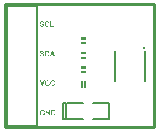
<source format=gbr>
%TF.GenerationSoftware,Altium Limited,Altium Designer,22.1.2 (22)*%
G04 Layer_Color=65535*
%FSLAX26Y26*%
%MOIN*%
%TF.SameCoordinates,5B9E2C2C-6987-46B3-98D1-A965B82E178F*%
%TF.FilePolarity,Positive*%
%TF.FileFunction,Legend,Top*%
%TF.Part,Single*%
G01*
G75*
%TA.AperFunction,NonConductor*%
%ADD19C,0.010000*%
%ADD22C,0.000000*%
%ADD23C,0.001000*%
%ADD24C,0.007874*%
%ADD25C,0.005000*%
%ADD26C,0.008000*%
G36*
X4196500Y3101000D02*
X4193000D01*
Y3119000D01*
X4196500D01*
Y3101000D01*
D02*
G37*
G36*
X4183500Y3119000D02*
X4187000D01*
Y3101000D01*
X4183500D01*
Y3119000D01*
D02*
G37*
G36*
X4196500Y3148833D02*
X4183500D01*
X4183500Y3152333D01*
X4196500D01*
X4196500Y3148833D01*
D02*
G37*
G36*
X4183500Y3167833D02*
X4196500D01*
Y3164333D01*
X4183500D01*
Y3167833D01*
D02*
G37*
G36*
X4196500Y3197166D02*
X4183500D01*
X4183500Y3200666D01*
X4196500D01*
X4196500Y3197166D01*
D02*
G37*
G36*
X4183500Y3216166D02*
X4196500D01*
Y3212666D01*
X4183500D01*
Y3216166D01*
D02*
G37*
G36*
X4196500Y3245500D02*
X4183500D01*
X4183500Y3249000D01*
X4196500D01*
X4196500Y3245500D01*
D02*
G37*
G36*
X4183500Y3264500D02*
X4196500D01*
Y3261000D01*
X4183500D01*
Y3264500D01*
D02*
G37*
G36*
X4054307Y3023233D02*
X4054512D01*
X4054996Y3023182D01*
X4055532Y3023105D01*
X4056093Y3022977D01*
X4056704Y3022825D01*
X4057291Y3022620D01*
X4057316D01*
X4057367Y3022595D01*
X4057444Y3022570D01*
X4057546Y3022519D01*
X4057827Y3022365D01*
X4058184Y3022187D01*
X4058566Y3021932D01*
X4058974Y3021626D01*
X4059356Y3021294D01*
X4059713Y3020887D01*
X4059765Y3020836D01*
X4059867Y3020682D01*
X4060019Y3020453D01*
X4060224Y3020122D01*
X4060427Y3019713D01*
X4060657Y3019204D01*
X4060887Y3018642D01*
X4061065Y3018005D01*
X4058948Y3017444D01*
Y3017470D01*
X4058923Y3017495D01*
X4058898Y3017572D01*
X4058872Y3017673D01*
X4058796Y3017903D01*
X4058693Y3018209D01*
X4058541Y3018566D01*
X4058362Y3018898D01*
X4058184Y3019255D01*
X4057954Y3019561D01*
X4057928Y3019586D01*
X4057852Y3019688D01*
X4057699Y3019816D01*
X4057521Y3019994D01*
X4057291Y3020198D01*
X4056985Y3020402D01*
X4056653Y3020606D01*
X4056271Y3020785D01*
X4056220Y3020810D01*
X4056093Y3020861D01*
X4055863Y3020938D01*
X4055557Y3021039D01*
X4055200Y3021116D01*
X4054792Y3021193D01*
X4054333Y3021244D01*
X4053849Y3021269D01*
X4053568D01*
X4053441Y3021244D01*
X4053287D01*
X4052905Y3021218D01*
X4052472Y3021142D01*
X4051987Y3021065D01*
X4051528Y3020938D01*
X4051069Y3020759D01*
X4051018Y3020733D01*
X4050865Y3020682D01*
X4050661Y3020555D01*
X4050406Y3020427D01*
X4050100Y3020224D01*
X4049769Y3020019D01*
X4049463Y3019765D01*
X4049182Y3019484D01*
X4049157Y3019459D01*
X4049055Y3019356D01*
X4048927Y3019178D01*
X4048774Y3018974D01*
X4048595Y3018719D01*
X4048417Y3018413D01*
X4048238Y3018081D01*
X4048060Y3017724D01*
Y3017699D01*
X4048035Y3017648D01*
X4048009Y3017572D01*
X4047958Y3017444D01*
X4047907Y3017291D01*
X4047856Y3017113D01*
X4047780Y3016909D01*
X4047729Y3016679D01*
X4047601Y3016144D01*
X4047499Y3015532D01*
X4047423Y3014894D01*
X4047397Y3014180D01*
Y3014155D01*
Y3014078D01*
Y3013950D01*
X4047423Y3013798D01*
Y3013593D01*
X4047448Y3013338D01*
X4047474Y3013084D01*
X4047499Y3012803D01*
X4047601Y3012166D01*
X4047729Y3011503D01*
X4047932Y3010840D01*
X4048188Y3010202D01*
Y3010177D01*
X4048238Y3010126D01*
X4048264Y3010049D01*
X4048340Y3009947D01*
X4048519Y3009666D01*
X4048800Y3009309D01*
X4049131Y3008927D01*
X4049539Y3008544D01*
X4050023Y3008188D01*
X4050559Y3007856D01*
X4050584D01*
X4050635Y3007831D01*
X4050712Y3007780D01*
X4050840Y3007729D01*
X4050967Y3007677D01*
X4051146Y3007626D01*
X4051553Y3007474D01*
X4052064Y3007346D01*
X4052624Y3007218D01*
X4053236Y3007117D01*
X4053874Y3007091D01*
X4054129D01*
X4054282Y3007117D01*
X4054435D01*
X4054818Y3007168D01*
X4055276Y3007218D01*
X4055761Y3007320D01*
X4056296Y3007474D01*
X4056832Y3007652D01*
X4056858D01*
X4056909Y3007677D01*
X4056959Y3007703D01*
X4057061Y3007754D01*
X4057342Y3007881D01*
X4057648Y3008035D01*
X4058005Y3008213D01*
X4058387Y3008417D01*
X4058744Y3008646D01*
X4059050Y3008901D01*
Y3012216D01*
X4053849D01*
Y3014307D01*
X4061345D01*
Y3007754D01*
X4061320Y3007729D01*
X4061269Y3007703D01*
X4061167Y3007626D01*
X4061039Y3007524D01*
X4060887Y3007423D01*
X4060708Y3007295D01*
X4060479Y3007142D01*
X4060249Y3006989D01*
X4059713Y3006657D01*
X4059102Y3006300D01*
X4058464Y3005969D01*
X4057776Y3005689D01*
X4057750D01*
X4057699Y3005663D01*
X4057597Y3005637D01*
X4057470Y3005586D01*
X4057291Y3005535D01*
X4057087Y3005459D01*
X4056858Y3005408D01*
X4056628Y3005357D01*
X4056067Y3005229D01*
X4055430Y3005102D01*
X4054741Y3005026D01*
X4054027Y3005000D01*
X4053772D01*
X4053593Y3005026D01*
X4053364D01*
X4053084Y3005051D01*
X4052778Y3005102D01*
X4052446Y3005128D01*
X4051706Y3005280D01*
X4050916Y3005459D01*
X4050100Y3005740D01*
X4049692Y3005892D01*
X4049284Y3006097D01*
X4049258Y3006122D01*
X4049182Y3006148D01*
X4049080Y3006224D01*
X4048927Y3006300D01*
X4048749Y3006428D01*
X4048570Y3006555D01*
X4048086Y3006912D01*
X4047575Y3007372D01*
X4047040Y3007932D01*
X4046530Y3008570D01*
X4046071Y3009309D01*
Y3009335D01*
X4046020Y3009412D01*
X4045969Y3009514D01*
X4045892Y3009692D01*
X4045816Y3009870D01*
X4045740Y3010126D01*
X4045637Y3010381D01*
X4045535Y3010686D01*
X4045434Y3011018D01*
X4045331Y3011401D01*
X4045255Y3011783D01*
X4045178Y3012191D01*
X4045051Y3013084D01*
X4045000Y3014027D01*
Y3014052D01*
Y3014155D01*
Y3014282D01*
X4045026Y3014461D01*
Y3014690D01*
X4045051Y3014970D01*
X4045102Y3015251D01*
X4045128Y3015582D01*
X4045204Y3015939D01*
X4045255Y3016322D01*
X4045459Y3017138D01*
X4045714Y3017979D01*
X4046071Y3018821D01*
X4046097Y3018847D01*
X4046122Y3018923D01*
X4046173Y3019025D01*
X4046275Y3019178D01*
X4046377Y3019382D01*
X4046505Y3019586D01*
X4046861Y3020070D01*
X4047295Y3020631D01*
X4047831Y3021167D01*
X4048443Y3021702D01*
X4048800Y3021932D01*
X4049157Y3022162D01*
X4049182Y3022187D01*
X4049258Y3022213D01*
X4049360Y3022264D01*
X4049514Y3022340D01*
X4049718Y3022416D01*
X4049947Y3022519D01*
X4050202Y3022620D01*
X4050508Y3022722D01*
X4050840Y3022825D01*
X4051197Y3022901D01*
X4051579Y3023003D01*
X4051987Y3023079D01*
X4052880Y3023207D01*
X4053338Y3023258D01*
X4054155D01*
X4054307Y3023233D01*
D02*
G37*
G36*
X4078660Y3005306D02*
X4076238D01*
X4067006Y3019153D01*
Y3005306D01*
X4064762D01*
Y3022952D01*
X4067160D01*
X4076416Y3009080D01*
Y3022952D01*
X4078660D01*
Y3005306D01*
D02*
G37*
G36*
X4089829Y3022927D02*
X4090339Y3022901D01*
X4090849Y3022850D01*
X4091359Y3022773D01*
X4091793Y3022697D01*
X4091818D01*
X4091869Y3022671D01*
X4091945D01*
X4092048Y3022620D01*
X4092328Y3022544D01*
X4092685Y3022416D01*
X4093093Y3022238D01*
X4093526Y3022008D01*
X4093960Y3021753D01*
X4094368Y3021422D01*
X4094394Y3021396D01*
X4094419Y3021371D01*
X4094495Y3021294D01*
X4094597Y3021218D01*
X4094852Y3020963D01*
X4095159Y3020606D01*
X4095490Y3020173D01*
X4095847Y3019662D01*
X4096178Y3019076D01*
X4096459Y3018413D01*
Y3018387D01*
X4096484Y3018336D01*
X4096535Y3018235D01*
X4096561Y3018081D01*
X4096637Y3017903D01*
X4096689Y3017699D01*
X4096739Y3017470D01*
X4096816Y3017189D01*
X4096892Y3016909D01*
X4096944Y3016577D01*
X4097071Y3015863D01*
X4097148Y3015073D01*
X4097173Y3014206D01*
Y3014180D01*
Y3014129D01*
Y3014001D01*
Y3013874D01*
X4097148Y3013695D01*
Y3013492D01*
X4097122Y3013007D01*
X4097046Y3012446D01*
X4096969Y3011860D01*
X4096842Y3011247D01*
X4096689Y3010635D01*
Y3010610D01*
X4096663Y3010559D01*
X4096637Y3010483D01*
X4096612Y3010381D01*
X4096510Y3010100D01*
X4096357Y3009743D01*
X4096204Y3009335D01*
X4096000Y3008927D01*
X4095745Y3008494D01*
X4095490Y3008086D01*
X4095465Y3008035D01*
X4095363Y3007907D01*
X4095209Y3007729D01*
X4095006Y3007499D01*
X4094776Y3007244D01*
X4094495Y3006989D01*
X4094215Y3006709D01*
X4093883Y3006479D01*
X4093832Y3006454D01*
X4093731Y3006377D01*
X4093552Y3006275D01*
X4093297Y3006148D01*
X4092991Y3005994D01*
X4092634Y3005867D01*
X4092226Y3005714D01*
X4091767Y3005586D01*
X4091716D01*
X4091640Y3005561D01*
X4091563Y3005535D01*
X4091308Y3005510D01*
X4090951Y3005459D01*
X4090543Y3005408D01*
X4090059Y3005357D01*
X4089523Y3005331D01*
X4088936Y3005306D01*
X4082587D01*
Y3022952D01*
X4089370D01*
X4089829Y3022927D01*
D02*
G37*
G36*
X4089140Y3121566D02*
X4089370Y3121540D01*
X4089651Y3121515D01*
X4089931Y3121489D01*
X4090262Y3121413D01*
X4090951Y3121260D01*
X4091716Y3121030D01*
X4092099Y3120877D01*
X4092456Y3120699D01*
X4092812Y3120469D01*
X4093169Y3120240D01*
X4093195Y3120214D01*
X4093246Y3120189D01*
X4093348Y3120112D01*
X4093476Y3119985D01*
X4093603Y3119857D01*
X4093782Y3119679D01*
X4093960Y3119475D01*
X4094164Y3119271D01*
X4094368Y3119016D01*
X4094572Y3118710D01*
X4094802Y3118404D01*
X4095006Y3118072D01*
X4095184Y3117690D01*
X4095388Y3117307D01*
X4095541Y3116899D01*
X4095694Y3116440D01*
X4093399Y3115905D01*
Y3115930D01*
X4093374Y3115981D01*
X4093323Y3116083D01*
X4093271Y3116211D01*
X4093220Y3116364D01*
X4093144Y3116568D01*
X4092940Y3116976D01*
X4092685Y3117435D01*
X4092379Y3117894D01*
X4091997Y3118327D01*
X4091588Y3118710D01*
X4091537Y3118761D01*
X4091385Y3118863D01*
X4091130Y3118990D01*
X4090798Y3119169D01*
X4090365Y3119322D01*
X4089880Y3119475D01*
X4089294Y3119577D01*
X4088656Y3119602D01*
X4088452D01*
X4088325Y3119577D01*
X4088146D01*
X4087942Y3119551D01*
X4087457Y3119475D01*
X4086922Y3119373D01*
X4086361Y3119194D01*
X4085774Y3118939D01*
X4085239Y3118608D01*
X4085213D01*
X4085188Y3118557D01*
X4085010Y3118429D01*
X4084780Y3118225D01*
X4084499Y3117919D01*
X4084168Y3117537D01*
X4083862Y3117103D01*
X4083581Y3116568D01*
X4083327Y3115981D01*
Y3115956D01*
X4083301Y3115905D01*
X4083276Y3115828D01*
X4083250Y3115701D01*
X4083199Y3115548D01*
X4083148Y3115369D01*
X4083072Y3114936D01*
X4082970Y3114426D01*
X4082867Y3113865D01*
X4082816Y3113253D01*
X4082791Y3112590D01*
Y3112564D01*
Y3112488D01*
Y3112360D01*
Y3112207D01*
X4082816Y3112029D01*
Y3111799D01*
X4082842Y3111544D01*
X4082867Y3111264D01*
X4082944Y3110652D01*
X4083072Y3109989D01*
X4083224Y3109326D01*
X4083428Y3108663D01*
Y3108637D01*
X4083454Y3108586D01*
X4083505Y3108510D01*
X4083556Y3108382D01*
X4083709Y3108076D01*
X4083939Y3107719D01*
X4084219Y3107311D01*
X4084576Y3106878D01*
X4084984Y3106495D01*
X4085468Y3106138D01*
X4085494D01*
X4085545Y3106113D01*
X4085622Y3106062D01*
X4085724Y3106011D01*
X4085851Y3105960D01*
X4086004Y3105883D01*
X4086361Y3105730D01*
X4086820Y3105577D01*
X4087330Y3105450D01*
X4087891Y3105348D01*
X4088477Y3105322D01*
X4088656D01*
X4088809Y3105348D01*
X4088988D01*
X4089166Y3105373D01*
X4089625Y3105475D01*
X4090160Y3105603D01*
X4090696Y3105807D01*
X4091257Y3106087D01*
X4091537Y3106240D01*
X4091793Y3106444D01*
X4091818Y3106470D01*
X4091843Y3106495D01*
X4091920Y3106572D01*
X4092022Y3106648D01*
X4092124Y3106776D01*
X4092251Y3106929D01*
X4092405Y3107082D01*
X4092532Y3107286D01*
X4092685Y3107515D01*
X4092863Y3107770D01*
X4093017Y3108025D01*
X4093169Y3108331D01*
X4093297Y3108663D01*
X4093425Y3109020D01*
X4093552Y3109402D01*
X4093654Y3109810D01*
X4096000Y3109224D01*
Y3109198D01*
X4095974Y3109096D01*
X4095923Y3108943D01*
X4095847Y3108739D01*
X4095771Y3108510D01*
X4095669Y3108229D01*
X4095541Y3107923D01*
X4095388Y3107592D01*
X4095031Y3106878D01*
X4094572Y3106164D01*
X4094291Y3105807D01*
X4094011Y3105450D01*
X4093705Y3105144D01*
X4093348Y3104838D01*
X4093323Y3104812D01*
X4093271Y3104761D01*
X4093144Y3104710D01*
X4093017Y3104608D01*
X4092812Y3104481D01*
X4092608Y3104353D01*
X4092328Y3104226D01*
X4092048Y3104098D01*
X4091716Y3103945D01*
X4091359Y3103818D01*
X4090977Y3103690D01*
X4090568Y3103563D01*
X4090135Y3103461D01*
X4089676Y3103410D01*
X4089191Y3103359D01*
X4088682Y3103333D01*
X4088401D01*
X4088197Y3103359D01*
X4087968D01*
X4087687Y3103384D01*
X4087381Y3103435D01*
X4087024Y3103486D01*
X4086285Y3103614D01*
X4085519Y3103818D01*
X4084755Y3104098D01*
X4084398Y3104277D01*
X4084041Y3104481D01*
X4084015Y3104506D01*
X4083964Y3104532D01*
X4083862Y3104608D01*
X4083760Y3104710D01*
X4083607Y3104812D01*
X4083428Y3104965D01*
X4083224Y3105144D01*
X4083021Y3105348D01*
X4082816Y3105577D01*
X4082587Y3105807D01*
X4082128Y3106393D01*
X4081695Y3107082D01*
X4081312Y3107847D01*
Y3107872D01*
X4081261Y3107949D01*
X4081235Y3108076D01*
X4081159Y3108229D01*
X4081108Y3108433D01*
X4081032Y3108688D01*
X4080930Y3108969D01*
X4080853Y3109275D01*
X4080776Y3109606D01*
X4080675Y3109989D01*
X4080547Y3110779D01*
X4080445Y3111672D01*
X4080394Y3112590D01*
Y3112615D01*
Y3112717D01*
Y3112870D01*
X4080419Y3113049D01*
Y3113304D01*
X4080445Y3113559D01*
X4080470Y3113890D01*
X4080521Y3114222D01*
X4080649Y3114961D01*
X4080827Y3115777D01*
X4081082Y3116593D01*
X4081439Y3117384D01*
X4081465Y3117409D01*
X4081490Y3117486D01*
X4081541Y3117588D01*
X4081644Y3117715D01*
X4081745Y3117894D01*
X4081873Y3118098D01*
X4082204Y3118557D01*
X4082638Y3119067D01*
X4083148Y3119577D01*
X4083735Y3120087D01*
X4084423Y3120520D01*
X4084448Y3120546D01*
X4084525Y3120571D01*
X4084627Y3120622D01*
X4084755Y3120699D01*
X4084959Y3120775D01*
X4085162Y3120852D01*
X4085418Y3120954D01*
X4085698Y3121056D01*
X4086004Y3121158D01*
X4086336Y3121260D01*
X4087050Y3121413D01*
X4087865Y3121540D01*
X4088707Y3121591D01*
X4088962D01*
X4089140Y3121566D01*
D02*
G37*
G36*
X4071341D02*
X4071571Y3121540D01*
X4071852Y3121515D01*
X4072132Y3121489D01*
X4072463Y3121413D01*
X4073152Y3121260D01*
X4073917Y3121030D01*
X4074300Y3120877D01*
X4074657Y3120699D01*
X4075014Y3120469D01*
X4075370Y3120240D01*
X4075396Y3120214D01*
X4075447Y3120189D01*
X4075549Y3120112D01*
X4075677Y3119985D01*
X4075804Y3119857D01*
X4075983Y3119679D01*
X4076161Y3119475D01*
X4076365Y3119271D01*
X4076569Y3119016D01*
X4076773Y3118710D01*
X4077003Y3118404D01*
X4077206Y3118072D01*
X4077385Y3117690D01*
X4077589Y3117307D01*
X4077742Y3116899D01*
X4077895Y3116440D01*
X4075600Y3115905D01*
Y3115930D01*
X4075575Y3115981D01*
X4075523Y3116083D01*
X4075472Y3116211D01*
X4075421Y3116364D01*
X4075345Y3116568D01*
X4075141Y3116976D01*
X4074886Y3117435D01*
X4074580Y3117894D01*
X4074198Y3118327D01*
X4073789Y3118710D01*
X4073738Y3118761D01*
X4073586Y3118863D01*
X4073331Y3118990D01*
X4072999Y3119169D01*
X4072566Y3119322D01*
X4072081Y3119475D01*
X4071494Y3119577D01*
X4070857Y3119602D01*
X4070653D01*
X4070526Y3119577D01*
X4070347D01*
X4070143Y3119551D01*
X4069659Y3119475D01*
X4069123Y3119373D01*
X4068562Y3119194D01*
X4067976Y3118939D01*
X4067440Y3118608D01*
X4067414D01*
X4067389Y3118557D01*
X4067211Y3118429D01*
X4066981Y3118225D01*
X4066700Y3117919D01*
X4066369Y3117537D01*
X4066063Y3117103D01*
X4065782Y3116568D01*
X4065528Y3115981D01*
Y3115956D01*
X4065502Y3115905D01*
X4065477Y3115828D01*
X4065451Y3115701D01*
X4065400Y3115548D01*
X4065349Y3115369D01*
X4065273Y3114936D01*
X4065171Y3114426D01*
X4065068Y3113865D01*
X4065017Y3113253D01*
X4064992Y3112590D01*
Y3112564D01*
Y3112488D01*
Y3112360D01*
Y3112207D01*
X4065017Y3112029D01*
Y3111799D01*
X4065043Y3111544D01*
X4065068Y3111264D01*
X4065145Y3110652D01*
X4065273Y3109989D01*
X4065425Y3109326D01*
X4065630Y3108663D01*
Y3108637D01*
X4065655Y3108586D01*
X4065706Y3108510D01*
X4065757Y3108382D01*
X4065910Y3108076D01*
X4066140Y3107719D01*
X4066420Y3107311D01*
X4066777Y3106878D01*
X4067185Y3106495D01*
X4067669Y3106138D01*
X4067695D01*
X4067746Y3106113D01*
X4067823Y3106062D01*
X4067925Y3106011D01*
X4068052Y3105960D01*
X4068205Y3105883D01*
X4068562Y3105730D01*
X4069021Y3105577D01*
X4069531Y3105450D01*
X4070092Y3105348D01*
X4070678Y3105322D01*
X4070857D01*
X4071010Y3105348D01*
X4071189D01*
X4071367Y3105373D01*
X4071826Y3105475D01*
X4072361Y3105603D01*
X4072897Y3105807D01*
X4073458Y3106087D01*
X4073738Y3106240D01*
X4073994Y3106444D01*
X4074019Y3106470D01*
X4074044Y3106495D01*
X4074121Y3106572D01*
X4074223Y3106648D01*
X4074325Y3106776D01*
X4074452Y3106929D01*
X4074606Y3107082D01*
X4074733Y3107286D01*
X4074886Y3107515D01*
X4075064Y3107770D01*
X4075218Y3108025D01*
X4075370Y3108331D01*
X4075498Y3108663D01*
X4075626Y3109020D01*
X4075753Y3109402D01*
X4075855Y3109810D01*
X4078201Y3109224D01*
Y3109198D01*
X4078175Y3109096D01*
X4078124Y3108943D01*
X4078048Y3108739D01*
X4077972Y3108510D01*
X4077869Y3108229D01*
X4077742Y3107923D01*
X4077589Y3107592D01*
X4077232Y3106878D01*
X4076773Y3106164D01*
X4076492Y3105807D01*
X4076212Y3105450D01*
X4075906Y3105144D01*
X4075549Y3104838D01*
X4075523Y3104812D01*
X4075472Y3104761D01*
X4075345Y3104710D01*
X4075218Y3104608D01*
X4075014Y3104481D01*
X4074809Y3104353D01*
X4074529Y3104226D01*
X4074249Y3104098D01*
X4073917Y3103945D01*
X4073560Y3103818D01*
X4073177Y3103690D01*
X4072769Y3103563D01*
X4072336Y3103461D01*
X4071877Y3103410D01*
X4071392Y3103359D01*
X4070883Y3103333D01*
X4070602D01*
X4070398Y3103359D01*
X4070169D01*
X4069888Y3103384D01*
X4069582Y3103435D01*
X4069225Y3103486D01*
X4068485Y3103614D01*
X4067720Y3103818D01*
X4066956Y3104098D01*
X4066599Y3104277D01*
X4066242Y3104481D01*
X4066216Y3104506D01*
X4066165Y3104532D01*
X4066063Y3104608D01*
X4065961Y3104710D01*
X4065808Y3104812D01*
X4065630Y3104965D01*
X4065425Y3105144D01*
X4065222Y3105348D01*
X4065017Y3105577D01*
X4064788Y3105807D01*
X4064329Y3106393D01*
X4063896Y3107082D01*
X4063513Y3107847D01*
Y3107872D01*
X4063462Y3107949D01*
X4063436Y3108076D01*
X4063360Y3108229D01*
X4063309Y3108433D01*
X4063233Y3108688D01*
X4063131Y3108969D01*
X4063054Y3109275D01*
X4062977Y3109606D01*
X4062876Y3109989D01*
X4062748Y3110779D01*
X4062646Y3111672D01*
X4062595Y3112590D01*
Y3112615D01*
Y3112717D01*
Y3112870D01*
X4062620Y3113049D01*
Y3113304D01*
X4062646Y3113559D01*
X4062671Y3113890D01*
X4062722Y3114222D01*
X4062850Y3114961D01*
X4063028Y3115777D01*
X4063284Y3116593D01*
X4063640Y3117384D01*
X4063666Y3117409D01*
X4063691Y3117486D01*
X4063742Y3117588D01*
X4063845Y3117715D01*
X4063947Y3117894D01*
X4064074Y3118098D01*
X4064405Y3118557D01*
X4064839Y3119067D01*
X4065349Y3119577D01*
X4065936Y3120087D01*
X4066624Y3120520D01*
X4066649Y3120546D01*
X4066726Y3120571D01*
X4066828Y3120622D01*
X4066956Y3120699D01*
X4067160Y3120775D01*
X4067363Y3120852D01*
X4067619Y3120954D01*
X4067899Y3121056D01*
X4068205Y3121158D01*
X4068537Y3121260D01*
X4069251Y3121413D01*
X4070066Y3121540D01*
X4070908Y3121591D01*
X4071163D01*
X4071341Y3121566D01*
D02*
G37*
G36*
X4054282Y3103639D02*
X4051834D01*
X4045000Y3121285D01*
X4047550D01*
X4052140Y3108459D01*
Y3108433D01*
X4052166Y3108382D01*
X4052191Y3108306D01*
X4052242Y3108204D01*
X4052267Y3108051D01*
X4052318Y3107898D01*
X4052446Y3107515D01*
X4052599Y3107082D01*
X4052752Y3106597D01*
X4053058Y3105577D01*
Y3105603D01*
X4053084Y3105654D01*
X4053109Y3105730D01*
X4053135Y3105832D01*
X4053211Y3106113D01*
X4053338Y3106495D01*
X4053466Y3106929D01*
X4053619Y3107413D01*
X4053798Y3107923D01*
X4054001Y3108459D01*
X4058796Y3121285D01*
X4061167D01*
X4054282Y3103639D01*
D02*
G37*
G36*
X4052369Y3219899D02*
X4052548D01*
X4053032Y3219848D01*
X4053568Y3219772D01*
X4054129Y3219644D01*
X4054741Y3219491D01*
X4055302Y3219287D01*
X4055327D01*
X4055378Y3219262D01*
X4055455Y3219211D01*
X4055557Y3219160D01*
X4055812Y3219032D01*
X4056144Y3218803D01*
X4056526Y3218548D01*
X4056909Y3218216D01*
X4057265Y3217834D01*
X4057597Y3217400D01*
Y3217375D01*
X4057622Y3217349D01*
X4057673Y3217273D01*
X4057724Y3217196D01*
X4057852Y3216941D01*
X4058005Y3216610D01*
X4058184Y3216202D01*
X4058311Y3215717D01*
X4058439Y3215207D01*
X4058490Y3214646D01*
X4056245Y3214468D01*
Y3214493D01*
Y3214544D01*
X4056220Y3214621D01*
X4056195Y3214748D01*
X4056118Y3215029D01*
X4056016Y3215411D01*
X4055863Y3215819D01*
X4055633Y3216227D01*
X4055353Y3216610D01*
X4054996Y3216967D01*
X4054945Y3216992D01*
X4054818Y3217094D01*
X4054562Y3217247D01*
X4054231Y3217400D01*
X4053798Y3217553D01*
X4053287Y3217706D01*
X4052650Y3217808D01*
X4051936Y3217834D01*
X4051579D01*
X4051426Y3217808D01*
X4051222Y3217783D01*
X4050763Y3217732D01*
X4050253Y3217630D01*
X4049743Y3217502D01*
X4049258Y3217298D01*
X4049055Y3217171D01*
X4048851Y3217043D01*
X4048800Y3217018D01*
X4048698Y3216916D01*
X4048544Y3216737D01*
X4048392Y3216533D01*
X4048213Y3216253D01*
X4048060Y3215947D01*
X4047958Y3215590D01*
X4047907Y3215182D01*
Y3215131D01*
Y3215029D01*
X4047932Y3214850D01*
X4047983Y3214646D01*
X4048060Y3214391D01*
X4048188Y3214136D01*
X4048340Y3213881D01*
X4048570Y3213626D01*
X4048595Y3213601D01*
X4048723Y3213524D01*
X4048825Y3213448D01*
X4048927Y3213397D01*
X4049080Y3213320D01*
X4049258Y3213218D01*
X4049488Y3213142D01*
X4049743Y3213040D01*
X4050023Y3212938D01*
X4050355Y3212810D01*
X4050712Y3212708D01*
X4051120Y3212581D01*
X4051579Y3212479D01*
X4052089Y3212351D01*
X4052115D01*
X4052216Y3212326D01*
X4052369Y3212300D01*
X4052548Y3212249D01*
X4052778Y3212198D01*
X4053058Y3212122D01*
X4053338Y3212045D01*
X4053644Y3211969D01*
X4054307Y3211790D01*
X4054945Y3211612D01*
X4055251Y3211510D01*
X4055532Y3211408D01*
X4055787Y3211331D01*
X4055990Y3211229D01*
X4056016D01*
X4056067Y3211204D01*
X4056144Y3211153D01*
X4056245Y3211102D01*
X4056526Y3210949D01*
X4056858Y3210745D01*
X4057240Y3210464D01*
X4057622Y3210158D01*
X4057979Y3209801D01*
X4058285Y3209419D01*
X4058311Y3209368D01*
X4058413Y3209240D01*
X4058515Y3209011D01*
X4058668Y3208705D01*
X4058796Y3208348D01*
X4058923Y3207914D01*
X4058999Y3207430D01*
X4059025Y3206920D01*
Y3206894D01*
Y3206869D01*
Y3206792D01*
Y3206690D01*
X4058974Y3206410D01*
X4058923Y3206053D01*
X4058821Y3205645D01*
X4058693Y3205211D01*
X4058490Y3204752D01*
X4058209Y3204268D01*
Y3204242D01*
X4058184Y3204217D01*
X4058056Y3204064D01*
X4057878Y3203834D01*
X4057622Y3203579D01*
X4057291Y3203273D01*
X4056883Y3202942D01*
X4056424Y3202636D01*
X4055889Y3202355D01*
X4055863D01*
X4055812Y3202330D01*
X4055735Y3202304D01*
X4055633Y3202253D01*
X4055481Y3202202D01*
X4055302Y3202126D01*
X4054894Y3202024D01*
X4054410Y3201896D01*
X4053823Y3201769D01*
X4053186Y3201692D01*
X4052497Y3201667D01*
X4052089D01*
X4051885Y3201692D01*
X4051655D01*
X4051401Y3201718D01*
X4051095Y3201743D01*
X4050457Y3201845D01*
X4049794Y3201947D01*
X4049131Y3202126D01*
X4048494Y3202355D01*
X4048468D01*
X4048417Y3202381D01*
X4048340Y3202432D01*
X4048238Y3202483D01*
X4047932Y3202636D01*
X4047575Y3202865D01*
X4047168Y3203171D01*
X4046734Y3203528D01*
X4046326Y3203962D01*
X4045943Y3204446D01*
Y3204472D01*
X4045892Y3204523D01*
X4045867Y3204599D01*
X4045791Y3204701D01*
X4045740Y3204829D01*
X4045663Y3204982D01*
X4045485Y3205364D01*
X4045306Y3205849D01*
X4045153Y3206384D01*
X4045051Y3206996D01*
X4045000Y3207634D01*
X4047193Y3207838D01*
Y3207812D01*
Y3207787D01*
X4047218Y3207710D01*
Y3207608D01*
X4047269Y3207379D01*
X4047346Y3207047D01*
X4047448Y3206716D01*
X4047550Y3206333D01*
X4047729Y3205976D01*
X4047907Y3205645D01*
X4047932Y3205619D01*
X4048009Y3205517D01*
X4048137Y3205339D01*
X4048340Y3205160D01*
X4048595Y3204931D01*
X4048876Y3204701D01*
X4049258Y3204472D01*
X4049666Y3204268D01*
X4049692D01*
X4049718Y3204242D01*
X4049794Y3204217D01*
X4049870Y3204191D01*
X4050126Y3204115D01*
X4050457Y3204013D01*
X4050865Y3203911D01*
X4051324Y3203834D01*
X4051834Y3203783D01*
X4052395Y3203758D01*
X4052624D01*
X4052880Y3203783D01*
X4053186Y3203809D01*
X4053543Y3203860D01*
X4053950Y3203911D01*
X4054358Y3204013D01*
X4054741Y3204140D01*
X4054792Y3204166D01*
X4054919Y3204217D01*
X4055098Y3204319D01*
X4055327Y3204421D01*
X4055557Y3204599D01*
X4055812Y3204778D01*
X4056067Y3204982D01*
X4056271Y3205237D01*
X4056296Y3205262D01*
X4056347Y3205364D01*
X4056424Y3205492D01*
X4056526Y3205696D01*
X4056628Y3205900D01*
X4056704Y3206155D01*
X4056756Y3206435D01*
X4056781Y3206741D01*
Y3206767D01*
Y3206894D01*
X4056756Y3207047D01*
X4056730Y3207251D01*
X4056653Y3207455D01*
X4056577Y3207710D01*
X4056450Y3207965D01*
X4056271Y3208195D01*
X4056245Y3208220D01*
X4056169Y3208297D01*
X4056067Y3208399D01*
X4055889Y3208552D01*
X4055684Y3208705D01*
X4055404Y3208883D01*
X4055073Y3209062D01*
X4054690Y3209215D01*
X4054664Y3209240D01*
X4054537Y3209266D01*
X4054333Y3209342D01*
X4054206Y3209368D01*
X4054027Y3209419D01*
X4053849Y3209495D01*
X4053619Y3209546D01*
X4053364Y3209623D01*
X4053058Y3209699D01*
X4052752Y3209776D01*
X4052395Y3209878D01*
X4051987Y3209980D01*
X4051553Y3210082D01*
X4051528D01*
X4051452Y3210107D01*
X4051324Y3210133D01*
X4051171Y3210184D01*
X4050967Y3210235D01*
X4050738Y3210286D01*
X4050227Y3210439D01*
X4049666Y3210617D01*
X4049080Y3210796D01*
X4048570Y3210974D01*
X4048340Y3211076D01*
X4048137Y3211178D01*
X4048111D01*
X4048086Y3211204D01*
X4047932Y3211306D01*
X4047703Y3211433D01*
X4047448Y3211637D01*
X4047142Y3211867D01*
X4046836Y3212147D01*
X4046530Y3212479D01*
X4046275Y3212836D01*
X4046249Y3212887D01*
X4046173Y3213014D01*
X4046071Y3213218D01*
X4045969Y3213473D01*
X4045867Y3213805D01*
X4045765Y3214187D01*
X4045689Y3214595D01*
X4045663Y3215029D01*
Y3215054D01*
Y3215080D01*
Y3215156D01*
Y3215258D01*
X4045714Y3215513D01*
X4045765Y3215845D01*
X4045841Y3216227D01*
X4045969Y3216661D01*
X4046148Y3217094D01*
X4046403Y3217528D01*
Y3217553D01*
X4046428Y3217579D01*
X4046555Y3217732D01*
X4046734Y3217936D01*
X4046963Y3218191D01*
X4047269Y3218471D01*
X4047652Y3218777D01*
X4048111Y3219058D01*
X4048621Y3219313D01*
X4048646D01*
X4048698Y3219338D01*
X4048774Y3219364D01*
X4048876Y3219415D01*
X4049003Y3219466D01*
X4049182Y3219517D01*
X4049564Y3219619D01*
X4050049Y3219721D01*
X4050610Y3219823D01*
X4051197Y3219899D01*
X4051860Y3219925D01*
X4052191D01*
X4052369Y3219899D01*
D02*
G37*
G36*
X4094597Y3201973D02*
X4091945D01*
X4089880Y3207328D01*
X4082485D01*
X4080573Y3201973D01*
X4078099D01*
X4084831Y3219619D01*
X4087381D01*
X4094597Y3201973D01*
D02*
G37*
G36*
X4069480Y3219593D02*
X4069990Y3219568D01*
X4070500Y3219517D01*
X4071010Y3219440D01*
X4071443Y3219364D01*
X4071469D01*
X4071520Y3219338D01*
X4071597D01*
X4071698Y3219287D01*
X4071979Y3219211D01*
X4072336Y3219083D01*
X4072744Y3218905D01*
X4073177Y3218675D01*
X4073611Y3218420D01*
X4074019Y3218089D01*
X4074044Y3218063D01*
X4074070Y3218038D01*
X4074146Y3217961D01*
X4074249Y3217885D01*
X4074503Y3217630D01*
X4074809Y3217273D01*
X4075141Y3216839D01*
X4075498Y3216329D01*
X4075829Y3215743D01*
X4076110Y3215080D01*
Y3215054D01*
X4076135Y3215003D01*
X4076186Y3214901D01*
X4076212Y3214748D01*
X4076289Y3214570D01*
X4076340Y3214366D01*
X4076390Y3214136D01*
X4076467Y3213856D01*
X4076544Y3213575D01*
X4076595Y3213244D01*
X4076722Y3212530D01*
X4076798Y3211739D01*
X4076824Y3210872D01*
Y3210847D01*
Y3210796D01*
Y3210668D01*
Y3210541D01*
X4076798Y3210362D01*
Y3210158D01*
X4076773Y3209674D01*
X4076697Y3209113D01*
X4076620Y3208526D01*
X4076492Y3207914D01*
X4076340Y3207302D01*
Y3207277D01*
X4076314Y3207226D01*
X4076289Y3207149D01*
X4076263Y3207047D01*
X4076161Y3206767D01*
X4076008Y3206410D01*
X4075855Y3206002D01*
X4075651Y3205594D01*
X4075396Y3205160D01*
X4075141Y3204752D01*
X4075115Y3204701D01*
X4075014Y3204574D01*
X4074860Y3204395D01*
X4074657Y3204166D01*
X4074427Y3203911D01*
X4074146Y3203656D01*
X4073866Y3203375D01*
X4073535Y3203146D01*
X4073483Y3203120D01*
X4073381Y3203044D01*
X4073203Y3202942D01*
X4072948Y3202814D01*
X4072642Y3202661D01*
X4072285Y3202534D01*
X4071877Y3202381D01*
X4071418Y3202253D01*
X4071367D01*
X4071291Y3202228D01*
X4071214Y3202202D01*
X4070959Y3202177D01*
X4070602Y3202126D01*
X4070194Y3202075D01*
X4069709Y3202024D01*
X4069174Y3201998D01*
X4068588Y3201973D01*
X4062238D01*
Y3219619D01*
X4069021D01*
X4069480Y3219593D01*
D02*
G37*
G36*
X4052369Y3318232D02*
X4052548D01*
X4053032Y3318181D01*
X4053568Y3318105D01*
X4054129Y3317977D01*
X4054741Y3317824D01*
X4055302Y3317620D01*
X4055327D01*
X4055378Y3317595D01*
X4055455Y3317544D01*
X4055557Y3317493D01*
X4055812Y3317365D01*
X4056144Y3317136D01*
X4056526Y3316881D01*
X4056909Y3316549D01*
X4057265Y3316167D01*
X4057597Y3315733D01*
Y3315708D01*
X4057622Y3315682D01*
X4057673Y3315606D01*
X4057724Y3315529D01*
X4057852Y3315274D01*
X4058005Y3314943D01*
X4058184Y3314535D01*
X4058311Y3314050D01*
X4058439Y3313540D01*
X4058490Y3312979D01*
X4056245Y3312801D01*
Y3312826D01*
Y3312877D01*
X4056220Y3312954D01*
X4056195Y3313081D01*
X4056118Y3313362D01*
X4056016Y3313744D01*
X4055863Y3314152D01*
X4055633Y3314560D01*
X4055353Y3314943D01*
X4054996Y3315300D01*
X4054945Y3315325D01*
X4054818Y3315427D01*
X4054562Y3315580D01*
X4054231Y3315733D01*
X4053798Y3315886D01*
X4053287Y3316039D01*
X4052650Y3316141D01*
X4051936Y3316167D01*
X4051579D01*
X4051426Y3316141D01*
X4051222Y3316116D01*
X4050763Y3316065D01*
X4050253Y3315963D01*
X4049743Y3315835D01*
X4049258Y3315631D01*
X4049055Y3315504D01*
X4048851Y3315376D01*
X4048800Y3315351D01*
X4048698Y3315249D01*
X4048544Y3315070D01*
X4048392Y3314866D01*
X4048213Y3314586D01*
X4048060Y3314280D01*
X4047958Y3313923D01*
X4047907Y3313515D01*
Y3313464D01*
Y3313362D01*
X4047932Y3313183D01*
X4047983Y3312979D01*
X4048060Y3312724D01*
X4048188Y3312469D01*
X4048340Y3312214D01*
X4048570Y3311959D01*
X4048595Y3311934D01*
X4048723Y3311857D01*
X4048825Y3311781D01*
X4048927Y3311730D01*
X4049080Y3311653D01*
X4049258Y3311551D01*
X4049488Y3311475D01*
X4049743Y3311373D01*
X4050023Y3311271D01*
X4050355Y3311143D01*
X4050712Y3311041D01*
X4051120Y3310914D01*
X4051579Y3310812D01*
X4052089Y3310684D01*
X4052115D01*
X4052216Y3310659D01*
X4052369Y3310633D01*
X4052548Y3310582D01*
X4052778Y3310531D01*
X4053058Y3310455D01*
X4053338Y3310378D01*
X4053644Y3310302D01*
X4054307Y3310123D01*
X4054945Y3309945D01*
X4055251Y3309843D01*
X4055532Y3309741D01*
X4055787Y3309664D01*
X4055990Y3309562D01*
X4056016D01*
X4056067Y3309537D01*
X4056144Y3309486D01*
X4056245Y3309435D01*
X4056526Y3309282D01*
X4056858Y3309078D01*
X4057240Y3308797D01*
X4057622Y3308491D01*
X4057979Y3308134D01*
X4058285Y3307752D01*
X4058311Y3307701D01*
X4058413Y3307573D01*
X4058515Y3307344D01*
X4058668Y3307038D01*
X4058796Y3306681D01*
X4058923Y3306247D01*
X4058999Y3305763D01*
X4059025Y3305253D01*
Y3305227D01*
Y3305202D01*
Y3305125D01*
Y3305023D01*
X4058974Y3304743D01*
X4058923Y3304386D01*
X4058821Y3303978D01*
X4058693Y3303544D01*
X4058490Y3303085D01*
X4058209Y3302601D01*
Y3302575D01*
X4058184Y3302550D01*
X4058056Y3302397D01*
X4057878Y3302167D01*
X4057622Y3301912D01*
X4057291Y3301606D01*
X4056883Y3301275D01*
X4056424Y3300969D01*
X4055889Y3300688D01*
X4055863D01*
X4055812Y3300663D01*
X4055735Y3300637D01*
X4055633Y3300586D01*
X4055481Y3300535D01*
X4055302Y3300459D01*
X4054894Y3300357D01*
X4054410Y3300229D01*
X4053823Y3300102D01*
X4053186Y3300025D01*
X4052497Y3300000D01*
X4052089D01*
X4051885Y3300025D01*
X4051655D01*
X4051401Y3300051D01*
X4051095Y3300076D01*
X4050457Y3300178D01*
X4049794Y3300280D01*
X4049131Y3300459D01*
X4048494Y3300688D01*
X4048468D01*
X4048417Y3300714D01*
X4048340Y3300765D01*
X4048238Y3300816D01*
X4047932Y3300969D01*
X4047575Y3301198D01*
X4047168Y3301504D01*
X4046734Y3301861D01*
X4046326Y3302295D01*
X4045943Y3302779D01*
Y3302805D01*
X4045892Y3302856D01*
X4045867Y3302932D01*
X4045791Y3303034D01*
X4045740Y3303162D01*
X4045663Y3303315D01*
X4045485Y3303697D01*
X4045306Y3304182D01*
X4045153Y3304717D01*
X4045051Y3305329D01*
X4045000Y3305967D01*
X4047193Y3306171D01*
Y3306145D01*
Y3306120D01*
X4047218Y3306043D01*
Y3305941D01*
X4047269Y3305712D01*
X4047346Y3305380D01*
X4047448Y3305049D01*
X4047550Y3304666D01*
X4047729Y3304309D01*
X4047907Y3303978D01*
X4047932Y3303952D01*
X4048009Y3303850D01*
X4048137Y3303672D01*
X4048340Y3303493D01*
X4048595Y3303264D01*
X4048876Y3303034D01*
X4049258Y3302805D01*
X4049666Y3302601D01*
X4049692D01*
X4049718Y3302575D01*
X4049794Y3302550D01*
X4049870Y3302524D01*
X4050126Y3302448D01*
X4050457Y3302346D01*
X4050865Y3302244D01*
X4051324Y3302167D01*
X4051834Y3302116D01*
X4052395Y3302091D01*
X4052624D01*
X4052880Y3302116D01*
X4053186Y3302142D01*
X4053543Y3302193D01*
X4053950Y3302244D01*
X4054358Y3302346D01*
X4054741Y3302473D01*
X4054792Y3302499D01*
X4054919Y3302550D01*
X4055098Y3302652D01*
X4055327Y3302754D01*
X4055557Y3302932D01*
X4055812Y3303111D01*
X4056067Y3303315D01*
X4056271Y3303570D01*
X4056296Y3303595D01*
X4056347Y3303697D01*
X4056424Y3303825D01*
X4056526Y3304029D01*
X4056628Y3304233D01*
X4056704Y3304488D01*
X4056756Y3304768D01*
X4056781Y3305074D01*
Y3305100D01*
Y3305227D01*
X4056756Y3305380D01*
X4056730Y3305584D01*
X4056653Y3305788D01*
X4056577Y3306043D01*
X4056450Y3306298D01*
X4056271Y3306528D01*
X4056245Y3306553D01*
X4056169Y3306630D01*
X4056067Y3306732D01*
X4055889Y3306885D01*
X4055684Y3307038D01*
X4055404Y3307216D01*
X4055073Y3307395D01*
X4054690Y3307548D01*
X4054664Y3307573D01*
X4054537Y3307599D01*
X4054333Y3307675D01*
X4054206Y3307701D01*
X4054027Y3307752D01*
X4053849Y3307828D01*
X4053619Y3307879D01*
X4053364Y3307956D01*
X4053058Y3308032D01*
X4052752Y3308109D01*
X4052395Y3308211D01*
X4051987Y3308313D01*
X4051553Y3308415D01*
X4051528D01*
X4051452Y3308440D01*
X4051324Y3308466D01*
X4051171Y3308517D01*
X4050967Y3308568D01*
X4050738Y3308619D01*
X4050227Y3308772D01*
X4049666Y3308950D01*
X4049080Y3309129D01*
X4048570Y3309307D01*
X4048340Y3309409D01*
X4048137Y3309511D01*
X4048111D01*
X4048086Y3309537D01*
X4047932Y3309639D01*
X4047703Y3309766D01*
X4047448Y3309970D01*
X4047142Y3310200D01*
X4046836Y3310480D01*
X4046530Y3310812D01*
X4046275Y3311169D01*
X4046249Y3311220D01*
X4046173Y3311347D01*
X4046071Y3311551D01*
X4045969Y3311806D01*
X4045867Y3312138D01*
X4045765Y3312520D01*
X4045689Y3312928D01*
X4045663Y3313362D01*
Y3313387D01*
Y3313413D01*
Y3313489D01*
Y3313591D01*
X4045714Y3313846D01*
X4045765Y3314178D01*
X4045841Y3314560D01*
X4045969Y3314994D01*
X4046148Y3315427D01*
X4046403Y3315861D01*
Y3315886D01*
X4046428Y3315912D01*
X4046555Y3316065D01*
X4046734Y3316269D01*
X4046963Y3316524D01*
X4047269Y3316804D01*
X4047652Y3317110D01*
X4048111Y3317391D01*
X4048621Y3317646D01*
X4048646D01*
X4048698Y3317671D01*
X4048774Y3317697D01*
X4048876Y3317748D01*
X4049003Y3317799D01*
X4049182Y3317850D01*
X4049564Y3317952D01*
X4050049Y3318054D01*
X4050610Y3318156D01*
X4051197Y3318232D01*
X4051860Y3318258D01*
X4052191D01*
X4052369Y3318232D01*
D02*
G37*
G36*
X4070296D02*
X4070526Y3318207D01*
X4070806Y3318181D01*
X4071086Y3318156D01*
X4071418Y3318079D01*
X4072106Y3317926D01*
X4072872Y3317697D01*
X4073254Y3317544D01*
X4073611Y3317365D01*
X4073968Y3317136D01*
X4074325Y3316906D01*
X4074351Y3316881D01*
X4074401Y3316855D01*
X4074503Y3316779D01*
X4074631Y3316651D01*
X4074758Y3316524D01*
X4074937Y3316345D01*
X4075115Y3316141D01*
X4075320Y3315937D01*
X4075523Y3315682D01*
X4075727Y3315376D01*
X4075957Y3315070D01*
X4076161Y3314739D01*
X4076340Y3314356D01*
X4076544Y3313974D01*
X4076697Y3313566D01*
X4076849Y3313107D01*
X4074555Y3312571D01*
Y3312597D01*
X4074529Y3312648D01*
X4074478Y3312750D01*
X4074427Y3312877D01*
X4074376Y3313030D01*
X4074300Y3313234D01*
X4074095Y3313642D01*
X4073840Y3314101D01*
X4073535Y3314560D01*
X4073152Y3314994D01*
X4072744Y3315376D01*
X4072693Y3315427D01*
X4072540Y3315529D01*
X4072285Y3315657D01*
X4071954Y3315835D01*
X4071520Y3315988D01*
X4071035Y3316141D01*
X4070449Y3316243D01*
X4069811Y3316269D01*
X4069608D01*
X4069480Y3316243D01*
X4069302D01*
X4069097Y3316218D01*
X4068613Y3316141D01*
X4068077Y3316039D01*
X4067517Y3315861D01*
X4066930Y3315606D01*
X4066394Y3315274D01*
X4066369D01*
X4066343Y3315223D01*
X4066165Y3315096D01*
X4065936Y3314892D01*
X4065655Y3314586D01*
X4065323Y3314203D01*
X4065017Y3313770D01*
X4064737Y3313234D01*
X4064482Y3312648D01*
Y3312622D01*
X4064456Y3312571D01*
X4064431Y3312495D01*
X4064405Y3312367D01*
X4064354Y3312214D01*
X4064303Y3312036D01*
X4064227Y3311602D01*
X4064125Y3311092D01*
X4064023Y3310531D01*
X4063972Y3309919D01*
X4063947Y3309256D01*
Y3309231D01*
Y3309154D01*
Y3309027D01*
Y3308874D01*
X4063972Y3308695D01*
Y3308466D01*
X4063997Y3308211D01*
X4064023Y3307930D01*
X4064099Y3307318D01*
X4064227Y3306655D01*
X4064380Y3305992D01*
X4064584Y3305329D01*
Y3305304D01*
X4064610Y3305253D01*
X4064660Y3305176D01*
X4064711Y3305049D01*
X4064865Y3304743D01*
X4065094Y3304386D01*
X4065374Y3303978D01*
X4065731Y3303544D01*
X4066140Y3303162D01*
X4066624Y3302805D01*
X4066649D01*
X4066700Y3302779D01*
X4066777Y3302728D01*
X4066879Y3302677D01*
X4067006Y3302626D01*
X4067160Y3302550D01*
X4067517Y3302397D01*
X4067976Y3302244D01*
X4068485Y3302116D01*
X4069046Y3302014D01*
X4069633Y3301989D01*
X4069811D01*
X4069965Y3302014D01*
X4070143D01*
X4070322Y3302040D01*
X4070780Y3302142D01*
X4071316Y3302269D01*
X4071852Y3302473D01*
X4072412Y3302754D01*
X4072693Y3302907D01*
X4072948Y3303111D01*
X4072974Y3303136D01*
X4072999Y3303162D01*
X4073075Y3303238D01*
X4073177Y3303315D01*
X4073280Y3303442D01*
X4073407Y3303595D01*
X4073560Y3303748D01*
X4073688Y3303952D01*
X4073840Y3304182D01*
X4074019Y3304437D01*
X4074172Y3304692D01*
X4074325Y3304998D01*
X4074452Y3305329D01*
X4074580Y3305686D01*
X4074707Y3306069D01*
X4074809Y3306477D01*
X4077155Y3305890D01*
Y3305865D01*
X4077130Y3305763D01*
X4077079Y3305610D01*
X4077003Y3305406D01*
X4076926Y3305176D01*
X4076824Y3304896D01*
X4076697Y3304590D01*
X4076544Y3304258D01*
X4076186Y3303544D01*
X4075727Y3302830D01*
X4075447Y3302473D01*
X4075166Y3302116D01*
X4074860Y3301810D01*
X4074503Y3301504D01*
X4074478Y3301479D01*
X4074427Y3301428D01*
X4074300Y3301377D01*
X4074172Y3301275D01*
X4073968Y3301147D01*
X4073764Y3301020D01*
X4073483Y3300892D01*
X4073203Y3300765D01*
X4072872Y3300612D01*
X4072515Y3300484D01*
X4072132Y3300357D01*
X4071724Y3300229D01*
X4071291Y3300127D01*
X4070831Y3300076D01*
X4070347Y3300025D01*
X4069837Y3300000D01*
X4069557D01*
X4069352Y3300025D01*
X4069123D01*
X4068843Y3300051D01*
X4068537Y3300102D01*
X4068180Y3300153D01*
X4067440Y3300280D01*
X4066675Y3300484D01*
X4065910Y3300765D01*
X4065553Y3300943D01*
X4065196Y3301147D01*
X4065171Y3301173D01*
X4065119Y3301198D01*
X4065017Y3301275D01*
X4064916Y3301377D01*
X4064762Y3301479D01*
X4064584Y3301632D01*
X4064380Y3301810D01*
X4064176Y3302014D01*
X4063972Y3302244D01*
X4063742Y3302473D01*
X4063284Y3303060D01*
X4062850Y3303748D01*
X4062468Y3304513D01*
Y3304539D01*
X4062416Y3304615D01*
X4062391Y3304743D01*
X4062314Y3304896D01*
X4062264Y3305100D01*
X4062187Y3305355D01*
X4062085Y3305635D01*
X4062008Y3305941D01*
X4061932Y3306273D01*
X4061830Y3306655D01*
X4061702Y3307446D01*
X4061601Y3308338D01*
X4061550Y3309256D01*
Y3309282D01*
Y3309384D01*
Y3309537D01*
X4061575Y3309715D01*
Y3309970D01*
X4061601Y3310225D01*
X4061626Y3310557D01*
X4061677Y3310888D01*
X4061805Y3311628D01*
X4061983Y3312444D01*
X4062238Y3313260D01*
X4062595Y3314050D01*
X4062620Y3314076D01*
X4062646Y3314152D01*
X4062697Y3314254D01*
X4062799Y3314382D01*
X4062901Y3314560D01*
X4063028Y3314764D01*
X4063360Y3315223D01*
X4063794Y3315733D01*
X4064303Y3316243D01*
X4064890Y3316753D01*
X4065579Y3317187D01*
X4065604Y3317212D01*
X4065680Y3317238D01*
X4065782Y3317289D01*
X4065910Y3317365D01*
X4066114Y3317442D01*
X4066318Y3317518D01*
X4066573Y3317620D01*
X4066854Y3317722D01*
X4067160Y3317824D01*
X4067491Y3317926D01*
X4068205Y3318079D01*
X4069021Y3318207D01*
X4069863Y3318258D01*
X4070117D01*
X4070296Y3318232D01*
D02*
G37*
G36*
X4082281Y3302397D02*
X4090977D01*
Y3300306D01*
X4079935D01*
Y3317952D01*
X4082281D01*
Y3302397D01*
D02*
G37*
%LPC*%
G36*
X4089013Y3020861D02*
X4084933D01*
Y3007397D01*
X4089115D01*
X4089294Y3007423D01*
X4089676Y3007448D01*
X4090110Y3007474D01*
X4090568Y3007524D01*
X4091028Y3007601D01*
X4091410Y3007703D01*
X4091461Y3007729D01*
X4091588Y3007754D01*
X4091767Y3007831D01*
X4091997Y3007932D01*
X4092251Y3008086D01*
X4092506Y3008238D01*
X4092762Y3008417D01*
X4093017Y3008621D01*
X4093042Y3008672D01*
X4093144Y3008774D01*
X4093297Y3008952D01*
X4093476Y3009207D01*
X4093680Y3009539D01*
X4093909Y3009921D01*
X4094113Y3010355D01*
X4094291Y3010840D01*
Y3010865D01*
X4094317Y3010916D01*
X4094343Y3010992D01*
X4094368Y3011095D01*
X4094394Y3011222D01*
X4094445Y3011401D01*
X4094495Y3011579D01*
X4094546Y3011783D01*
X4094623Y3012293D01*
X4094700Y3012880D01*
X4094751Y3013543D01*
X4094776Y3014256D01*
Y3014282D01*
Y3014384D01*
Y3014512D01*
X4094751Y3014715D01*
Y3014945D01*
X4094725Y3015200D01*
X4094700Y3015506D01*
X4094674Y3015812D01*
X4094546Y3016501D01*
X4094394Y3017215D01*
X4094164Y3017878D01*
X4094011Y3018209D01*
X4093858Y3018490D01*
Y3018515D01*
X4093807Y3018566D01*
X4093756Y3018642D01*
X4093705Y3018744D01*
X4093501Y3018999D01*
X4093246Y3019305D01*
X4092914Y3019637D01*
X4092532Y3019968D01*
X4092099Y3020249D01*
X4091640Y3020479D01*
X4091588Y3020504D01*
X4091461Y3020530D01*
X4091231Y3020606D01*
X4090900Y3020682D01*
X4090492Y3020733D01*
X4089982Y3020810D01*
X4089676Y3020836D01*
X4089345D01*
X4089013Y3020861D01*
D02*
G37*
G36*
X4086055Y3217783D02*
Y3217757D01*
X4086030Y3217706D01*
Y3217604D01*
X4085979Y3217502D01*
X4085953Y3217324D01*
X4085902Y3217145D01*
X4085800Y3216712D01*
X4085673Y3216202D01*
X4085494Y3215641D01*
X4085316Y3215029D01*
X4085086Y3214391D01*
X4083173Y3209240D01*
X4089140D01*
X4087305Y3214085D01*
Y3214111D01*
X4087279Y3214187D01*
X4087228Y3214315D01*
X4087177Y3214468D01*
X4087101Y3214646D01*
X4087024Y3214876D01*
X4086948Y3215131D01*
X4086845Y3215386D01*
X4086642Y3215972D01*
X4086438Y3216584D01*
X4086233Y3217196D01*
X4086055Y3217783D01*
D02*
G37*
G36*
X4068664Y3217528D02*
X4064584D01*
Y3204064D01*
X4068766D01*
X4068945Y3204089D01*
X4069327Y3204115D01*
X4069760Y3204140D01*
X4070220Y3204191D01*
X4070678Y3204268D01*
X4071061Y3204370D01*
X4071112Y3204395D01*
X4071240Y3204421D01*
X4071418Y3204497D01*
X4071648Y3204599D01*
X4071903Y3204752D01*
X4072157Y3204905D01*
X4072412Y3205084D01*
X4072668Y3205288D01*
X4072693Y3205339D01*
X4072795Y3205441D01*
X4072948Y3205619D01*
X4073126Y3205874D01*
X4073331Y3206206D01*
X4073560Y3206588D01*
X4073764Y3207022D01*
X4073943Y3207506D01*
Y3207532D01*
X4073968Y3207583D01*
X4073994Y3207659D01*
X4074019Y3207761D01*
X4074044Y3207889D01*
X4074095Y3208067D01*
X4074146Y3208246D01*
X4074198Y3208450D01*
X4074274Y3208960D01*
X4074351Y3209546D01*
X4074401Y3210209D01*
X4074427Y3210923D01*
Y3210949D01*
Y3211051D01*
Y3211178D01*
X4074401Y3211382D01*
Y3211612D01*
X4074376Y3211867D01*
X4074351Y3212173D01*
X4074325Y3212479D01*
X4074198Y3213167D01*
X4074044Y3213881D01*
X4073815Y3214544D01*
X4073662Y3214876D01*
X4073509Y3215156D01*
Y3215182D01*
X4073458Y3215233D01*
X4073407Y3215309D01*
X4073356Y3215411D01*
X4073152Y3215666D01*
X4072897Y3215972D01*
X4072566Y3216304D01*
X4072183Y3216635D01*
X4071749Y3216916D01*
X4071291Y3217145D01*
X4071240Y3217171D01*
X4071112Y3217196D01*
X4070883Y3217273D01*
X4070551Y3217349D01*
X4070143Y3217400D01*
X4069633Y3217477D01*
X4069327Y3217502D01*
X4068995D01*
X4068664Y3217528D01*
D02*
G37*
%LPD*%
D19*
X3930000Y2965000D02*
Y3375000D01*
Y2965000D02*
X4425000D01*
Y3375000D01*
X3930000D02*
X4425000D01*
D22*
X4396181Y3229055D02*
G03*
X4396181Y3229055I-3937J0D01*
G01*
D23*
X4183500Y3216166D02*
X4196500D01*
Y3212666D02*
Y3216166D01*
X4183500Y3212666D02*
X4196500D01*
X4183500D02*
Y3216166D01*
X4196500Y3200666D02*
X4196500Y3197166D01*
X4183500Y3200666D02*
X4196500D01*
X4183500Y3197166D02*
X4183500Y3200666D01*
X4183500Y3197166D02*
X4196500D01*
X4183500Y3119000D02*
X4187000D01*
X4183500Y3101000D02*
X4187000D01*
Y3119000D01*
X4183500Y3101000D02*
Y3119000D01*
X4196500Y3101000D02*
Y3119000D01*
X4193000Y3101000D02*
Y3119000D01*
X4196500D01*
X4193000Y3101000D02*
X4196500D01*
X4183500Y3167833D02*
X4196500D01*
Y3164333D02*
Y3167833D01*
X4183500Y3164333D02*
X4196500D01*
X4183500D02*
Y3167833D01*
X4196500Y3152333D02*
X4196500Y3148833D01*
X4183500Y3152333D02*
X4196500D01*
X4183500Y3148833D02*
X4183500Y3152333D01*
X4183500Y3148833D02*
X4196500D01*
X4183500Y3264500D02*
X4196500D01*
Y3261000D02*
Y3264500D01*
X4183500Y3261000D02*
X4196500D01*
X4183500D02*
Y3264500D01*
X4196500Y3249000D02*
X4196500Y3245500D01*
X4183500Y3249000D02*
X4196500D01*
X4183500Y3245500D02*
X4183500Y3249000D01*
X4183500Y3245500D02*
X4196500D01*
D24*
X3935000Y3370000D02*
X4035000D01*
Y2970000D02*
Y3370000D01*
X3935000Y2970000D02*
Y3370000D01*
Y2970000D02*
X4035000D01*
D25*
X4295787Y3120787D02*
Y3219213D01*
X4394213Y3120787D02*
Y3219213D01*
D26*
X4123995Y3047741D02*
X4133995D01*
X4123995Y2991741D02*
Y3047741D01*
Y2991741D02*
X4133995D01*
X4134995Y3047741D02*
X4187995D01*
X4133995Y2993741D02*
Y3047741D01*
Y2991741D02*
X4187995D01*
X4221995Y3047741D02*
X4275995D01*
Y3045741D02*
Y3047741D01*
Y2991741D02*
Y3045741D01*
X4274995Y2991741D02*
X4275995D01*
X4221995D02*
X4274995D01*
%TF.MD5,68ab41222332927a5ed88c684cd4c3e5*%
M02*

</source>
